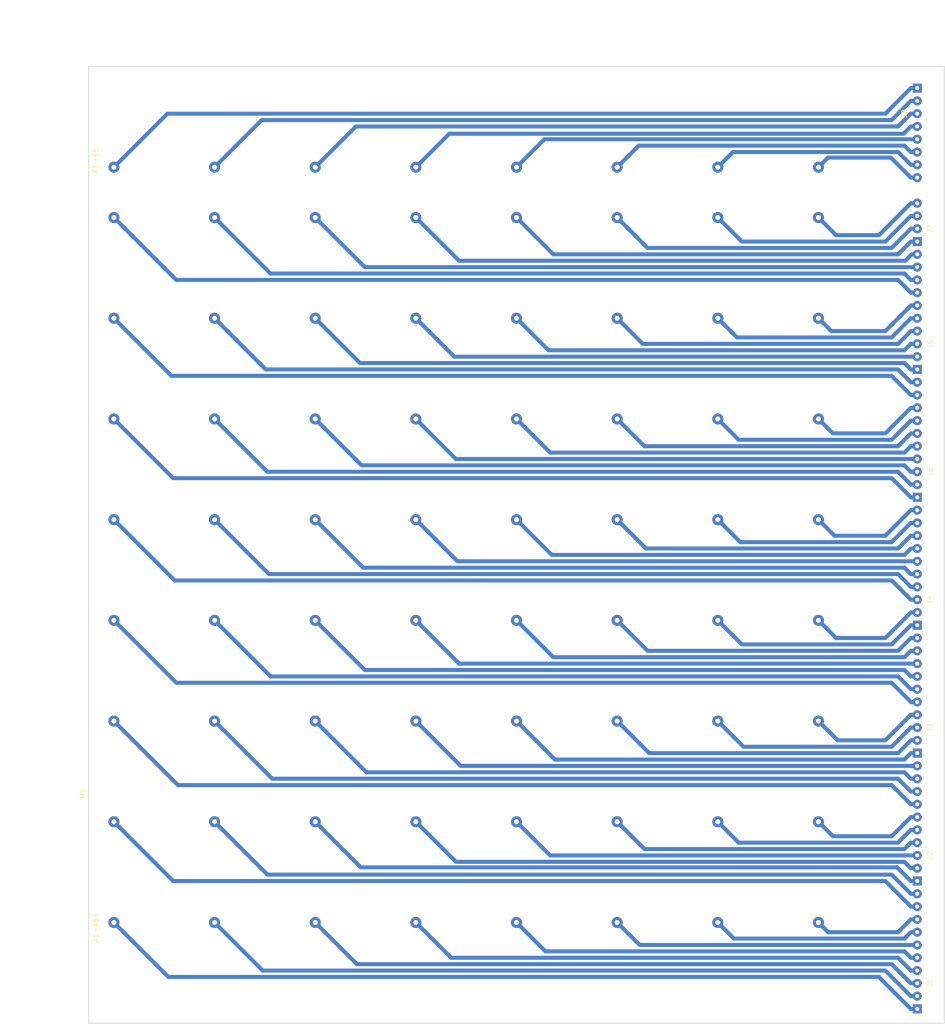
<source format=kicad_pcb>
(kicad_pcb (version 4) (host pcbnew 4.0.7)

  (general
    (links 72)
    (no_connects 0)
    (area 31.435716 17.3 220.075001 220.075001)
    (thickness 1.6)
    (drawings 6)
    (tracks 270)
    (zones 0)
    (modules 9)
    (nets 73)
  )

  (page A3)
  (title_block
    (title "Matrice à leds")
    (date 2018-06-21)
    (rev 1)
    (company FabLab19)
    (comment 1 8x8x8)
    (comment 2 "512 Leds")
  )

  (layers
    (0 F.Cu signal)
    (31 B.Cu signal)
    (32 B.Adhes user)
    (33 F.Adhes user)
    (34 B.Paste user)
    (35 F.Paste user)
    (36 B.SilkS user)
    (37 F.SilkS user)
    (38 B.Mask user)
    (39 F.Mask user)
    (40 Dwgs.User user)
    (41 Cmts.User user)
    (42 Eco1.User user)
    (43 Eco2.User user)
    (44 Edge.Cuts user)
    (45 Margin user)
    (46 B.CrtYd user)
    (47 F.CrtYd user)
    (48 B.Fab user)
    (49 F.Fab user)
  )

  (setup
    (last_trace_width 0.25)
    (user_trace_width 0.8)
    (trace_clearance 0.3)
    (zone_clearance 0.508)
    (zone_45_only no)
    (trace_min 0.2)
    (segment_width 0.2)
    (edge_width 0.15)
    (via_size 0.6)
    (via_drill 0.4)
    (via_min_size 0.4)
    (via_min_drill 0.3)
    (user_via 1.4 0.8)
    (uvia_size 0.3)
    (uvia_drill 0.1)
    (uvias_allowed no)
    (uvia_min_size 0.2)
    (uvia_min_drill 0.1)
    (pcb_text_width 0.3)
    (pcb_text_size 1.5 1.5)
    (mod_edge_width 0.15)
    (mod_text_size 1 1)
    (mod_text_width 0.15)
    (pad_size 1.524 1.524)
    (pad_drill 0.762)
    (pad_to_mask_clearance 0.2)
    (aux_axis_origin 0 0)
    (visible_elements 7FFFFFFF)
    (pcbplotparams
      (layerselection 0x01000_80000001)
      (usegerberextensions false)
      (excludeedgelayer true)
      (linewidth 0.100000)
      (plotframeref false)
      (viasonmask false)
      (mode 1)
      (useauxorigin false)
      (hpglpennumber 1)
      (hpglpenspeed 20)
      (hpglpendiameter 15)
      (hpglpenoverlay 2)
      (psnegative false)
      (psa4output false)
      (plotreference true)
      (plotvalue true)
      (plotinvisibletext false)
      (padsonsilk false)
      (subtractmaskfromsilk false)
      (outputformat 1)
      (mirror false)
      (drillshape 0)
      (scaleselection 1)
      (outputdirectory Matrice-8x8x8-Gerber/))
  )

  (net 0 "")
  (net 1 "Net-(J1-Pad1)")
  (net 2 "Net-(J1-Pad2)")
  (net 3 "Net-(J1-Pad3)")
  (net 4 "Net-(J1-Pad4)")
  (net 5 "Net-(J1-Pad5)")
  (net 6 "Net-(J1-Pad6)")
  (net 7 "Net-(J1-Pad7)")
  (net 8 "Net-(J1-Pad8)")
  (net 9 "Net-(J1-Pad9)")
  (net 10 "Net-(J1-Pad10)")
  (net 11 "Net-(J2-Pad1)")
  (net 12 "Net-(J2-Pad2)")
  (net 13 "Net-(J2-Pad3)")
  (net 14 "Net-(J2-Pad4)")
  (net 15 "Net-(J2-Pad5)")
  (net 16 "Net-(J2-Pad6)")
  (net 17 "Net-(J2-Pad7)")
  (net 18 "Net-(J2-Pad8)")
  (net 19 "Net-(J2-Pad9)")
  (net 20 "Net-(J2-Pad10)")
  (net 21 "Net-(J3-Pad1)")
  (net 22 "Net-(J3-Pad2)")
  (net 23 "Net-(J3-Pad3)")
  (net 24 "Net-(J3-Pad4)")
  (net 25 "Net-(J3-Pad5)")
  (net 26 "Net-(J3-Pad6)")
  (net 27 "Net-(J3-Pad7)")
  (net 28 "Net-(J3-Pad8)")
  (net 29 "Net-(J3-Pad9)")
  (net 30 "Net-(J3-Pad10)")
  (net 31 "Net-(J4-Pad1)")
  (net 32 "Net-(J4-Pad2)")
  (net 33 "Net-(J4-Pad3)")
  (net 34 "Net-(J4-Pad4)")
  (net 35 "Net-(J4-Pad5)")
  (net 36 "Net-(J4-Pad6)")
  (net 37 "Net-(J4-Pad7)")
  (net 38 "Net-(J4-Pad8)")
  (net 39 "Net-(J4-Pad9)")
  (net 40 "Net-(J4-Pad10)")
  (net 41 "Net-(J5-Pad1)")
  (net 42 "Net-(J5-Pad2)")
  (net 43 "Net-(J5-Pad3)")
  (net 44 "Net-(J5-Pad4)")
  (net 45 "Net-(J5-Pad5)")
  (net 46 "Net-(J5-Pad6)")
  (net 47 "Net-(J5-Pad7)")
  (net 48 "Net-(J5-Pad8)")
  (net 49 "Net-(J5-Pad9)")
  (net 50 "Net-(J5-Pad10)")
  (net 51 "Net-(J6-Pad1)")
  (net 52 "Net-(J6-Pad2)")
  (net 53 "Net-(J6-Pad3)")
  (net 54 "Net-(J6-Pad4)")
  (net 55 "Net-(J6-Pad5)")
  (net 56 "Net-(J6-Pad6)")
  (net 57 "Net-(J6-Pad7)")
  (net 58 "Net-(J6-Pad8)")
  (net 59 "Net-(J6-Pad9)")
  (net 60 "Net-(J6-Pad10)")
  (net 61 "Net-(J7-Pad1)")
  (net 62 "Net-(J7-Pad2)")
  (net 63 "Net-(J7-Pad3)")
  (net 64 "Net-(J7-Pad4)")
  (net 65 "Net-(J8-Pad1)")
  (net 66 "Net-(J8-Pad2)")
  (net 67 "Net-(J8-Pad3)")
  (net 68 "Net-(J8-Pad4)")
  (net 69 "Net-(J8-Pad5)")
  (net 70 "Net-(J8-Pad6)")
  (net 71 "Net-(J8-Pad7)")
  (net 72 "Net-(J8-Pad8)")

  (net_class Default "Ceci est la Netclass par défaut"
    (clearance 0.3)
    (trace_width 0.25)
    (via_dia 0.6)
    (via_drill 0.4)
    (uvia_dia 0.3)
    (uvia_drill 0.1)
    (add_net "Net-(J1-Pad1)")
    (add_net "Net-(J1-Pad10)")
    (add_net "Net-(J1-Pad2)")
    (add_net "Net-(J1-Pad3)")
    (add_net "Net-(J1-Pad4)")
    (add_net "Net-(J1-Pad5)")
    (add_net "Net-(J1-Pad6)")
    (add_net "Net-(J1-Pad7)")
    (add_net "Net-(J1-Pad8)")
    (add_net "Net-(J1-Pad9)")
    (add_net "Net-(J2-Pad1)")
    (add_net "Net-(J2-Pad10)")
    (add_net "Net-(J2-Pad2)")
    (add_net "Net-(J2-Pad3)")
    (add_net "Net-(J2-Pad4)")
    (add_net "Net-(J2-Pad5)")
    (add_net "Net-(J2-Pad6)")
    (add_net "Net-(J2-Pad7)")
    (add_net "Net-(J2-Pad8)")
    (add_net "Net-(J2-Pad9)")
    (add_net "Net-(J3-Pad1)")
    (add_net "Net-(J3-Pad10)")
    (add_net "Net-(J3-Pad2)")
    (add_net "Net-(J3-Pad3)")
    (add_net "Net-(J3-Pad4)")
    (add_net "Net-(J3-Pad5)")
    (add_net "Net-(J3-Pad6)")
    (add_net "Net-(J3-Pad7)")
    (add_net "Net-(J3-Pad8)")
    (add_net "Net-(J3-Pad9)")
    (add_net "Net-(J4-Pad1)")
    (add_net "Net-(J4-Pad10)")
    (add_net "Net-(J4-Pad2)")
    (add_net "Net-(J4-Pad3)")
    (add_net "Net-(J4-Pad4)")
    (add_net "Net-(J4-Pad5)")
    (add_net "Net-(J4-Pad6)")
    (add_net "Net-(J4-Pad7)")
    (add_net "Net-(J4-Pad8)")
    (add_net "Net-(J4-Pad9)")
    (add_net "Net-(J5-Pad1)")
    (add_net "Net-(J5-Pad10)")
    (add_net "Net-(J5-Pad2)")
    (add_net "Net-(J5-Pad3)")
    (add_net "Net-(J5-Pad4)")
    (add_net "Net-(J5-Pad5)")
    (add_net "Net-(J5-Pad6)")
    (add_net "Net-(J5-Pad7)")
    (add_net "Net-(J5-Pad8)")
    (add_net "Net-(J5-Pad9)")
    (add_net "Net-(J6-Pad1)")
    (add_net "Net-(J6-Pad10)")
    (add_net "Net-(J6-Pad2)")
    (add_net "Net-(J6-Pad3)")
    (add_net "Net-(J6-Pad4)")
    (add_net "Net-(J6-Pad5)")
    (add_net "Net-(J6-Pad6)")
    (add_net "Net-(J6-Pad7)")
    (add_net "Net-(J6-Pad8)")
    (add_net "Net-(J6-Pad9)")
    (add_net "Net-(J7-Pad1)")
    (add_net "Net-(J7-Pad2)")
    (add_net "Net-(J7-Pad3)")
    (add_net "Net-(J7-Pad4)")
    (add_net "Net-(J8-Pad1)")
    (add_net "Net-(J8-Pad2)")
    (add_net "Net-(J8-Pad3)")
    (add_net "Net-(J8-Pad4)")
    (add_net "Net-(J8-Pad5)")
    (add_net "Net-(J8-Pad6)")
    (add_net "Net-(J8-Pad7)")
    (add_net "Net-(J8-Pad8)")
  )

  (module alex-library:Connect-10pin (layer F.Cu) (tedit 5B28DD8C) (tstamp 5B2B49A2)
    (at 214.63 212.09 90)
    (path /5B2B43F4)
    (fp_text reference J1 (at 0 2.54 90) (layer F.SilkS)
      (effects (font (size 1 1) (thickness 0.15)))
    )
    (fp_text value Conn_01x10_Female (at 0 -2.54 90) (layer F.Fab) hide
      (effects (font (size 1 1) (thickness 0.15)))
    )
    (pad 1 thru_hole rect (at -5.08 0 90) (size 1.8 1.8) (drill 0.8) (layers *.Cu *.Mask)
      (net 1 "Net-(J1-Pad1)"))
    (pad 2 thru_hole circle (at -2.54 0 90) (size 1.8 1.8) (drill 0.8) (layers *.Cu *.Mask)
      (net 2 "Net-(J1-Pad2)"))
    (pad 3 thru_hole circle (at 0 0 90) (size 1.8 1.8) (drill 0.8) (layers *.Cu *.Mask)
      (net 3 "Net-(J1-Pad3)"))
    (pad 4 thru_hole circle (at 2.54 0 90) (size 1.8 1.8) (drill 0.8) (layers *.Cu *.Mask)
      (net 4 "Net-(J1-Pad4)"))
    (pad 5 thru_hole circle (at 5.08 0 90) (size 1.8 1.8) (drill 0.8) (layers *.Cu *.Mask)
      (net 5 "Net-(J1-Pad5)"))
    (pad 6 thru_hole circle (at 7.62 0 90) (size 1.8 1.8) (drill 0.8) (layers *.Cu *.Mask)
      (net 6 "Net-(J1-Pad6)"))
    (pad 7 thru_hole circle (at 10.16 0 90) (size 1.8 1.8) (drill 0.8) (layers *.Cu *.Mask)
      (net 7 "Net-(J1-Pad7)"))
    (pad 8 thru_hole circle (at 12.7 0 90) (size 1.8 1.8) (drill 0.8) (layers *.Cu *.Mask)
      (net 8 "Net-(J1-Pad8)"))
    (pad 9 thru_hole circle (at 15.24 0 90) (size 1.8 1.8) (drill 0.8) (layers *.Cu *.Mask)
      (net 9 "Net-(J1-Pad9)"))
    (pad 10 thru_hole circle (at 17.78 0 90) (size 1.8 1.8) (drill 0.8) (layers *.Cu *.Mask)
      (net 10 "Net-(J1-Pad10)"))
  )

  (module alex-library:Connect-10pin (layer F.Cu) (tedit 5B28DD8C) (tstamp 5B2B49B0)
    (at 214.63 186.69 90)
    (path /5B2B442B)
    (fp_text reference J2 (at 0 2.54 90) (layer F.SilkS)
      (effects (font (size 1 1) (thickness 0.15)))
    )
    (fp_text value Conn_01x10_Female (at 0 -2.54 90) (layer F.Fab) hide
      (effects (font (size 1 1) (thickness 0.15)))
    )
    (pad 1 thru_hole rect (at -5.08 0 90) (size 1.8 1.8) (drill 0.8) (layers *.Cu *.Mask)
      (net 11 "Net-(J2-Pad1)"))
    (pad 2 thru_hole circle (at -2.54 0 90) (size 1.8 1.8) (drill 0.8) (layers *.Cu *.Mask)
      (net 12 "Net-(J2-Pad2)"))
    (pad 3 thru_hole circle (at 0 0 90) (size 1.8 1.8) (drill 0.8) (layers *.Cu *.Mask)
      (net 13 "Net-(J2-Pad3)"))
    (pad 4 thru_hole circle (at 2.54 0 90) (size 1.8 1.8) (drill 0.8) (layers *.Cu *.Mask)
      (net 14 "Net-(J2-Pad4)"))
    (pad 5 thru_hole circle (at 5.08 0 90) (size 1.8 1.8) (drill 0.8) (layers *.Cu *.Mask)
      (net 15 "Net-(J2-Pad5)"))
    (pad 6 thru_hole circle (at 7.62 0 90) (size 1.8 1.8) (drill 0.8) (layers *.Cu *.Mask)
      (net 16 "Net-(J2-Pad6)"))
    (pad 7 thru_hole circle (at 10.16 0 90) (size 1.8 1.8) (drill 0.8) (layers *.Cu *.Mask)
      (net 17 "Net-(J2-Pad7)"))
    (pad 8 thru_hole circle (at 12.7 0 90) (size 1.8 1.8) (drill 0.8) (layers *.Cu *.Mask)
      (net 18 "Net-(J2-Pad8)"))
    (pad 9 thru_hole circle (at 15.24 0 90) (size 1.8 1.8) (drill 0.8) (layers *.Cu *.Mask)
      (net 19 "Net-(J2-Pad9)"))
    (pad 10 thru_hole circle (at 17.78 0 90) (size 1.8 1.8) (drill 0.8) (layers *.Cu *.Mask)
      (net 20 "Net-(J2-Pad10)"))
  )

  (module alex-library:Connect-10pin (layer F.Cu) (tedit 5B28DD8C) (tstamp 5B2B49BE)
    (at 214.63 161.29 90)
    (path /5B2B4460)
    (fp_text reference J3 (at 0 2.54 90) (layer F.SilkS)
      (effects (font (size 1 1) (thickness 0.15)))
    )
    (fp_text value Conn_01x10_Female (at 0 -2.54 90) (layer F.Fab) hide
      (effects (font (size 1 1) (thickness 0.15)))
    )
    (pad 1 thru_hole rect (at -5.08 0 90) (size 1.8 1.8) (drill 0.8) (layers *.Cu *.Mask)
      (net 21 "Net-(J3-Pad1)"))
    (pad 2 thru_hole circle (at -2.54 0 90) (size 1.8 1.8) (drill 0.8) (layers *.Cu *.Mask)
      (net 22 "Net-(J3-Pad2)"))
    (pad 3 thru_hole circle (at 0 0 90) (size 1.8 1.8) (drill 0.8) (layers *.Cu *.Mask)
      (net 23 "Net-(J3-Pad3)"))
    (pad 4 thru_hole circle (at 2.54 0 90) (size 1.8 1.8) (drill 0.8) (layers *.Cu *.Mask)
      (net 24 "Net-(J3-Pad4)"))
    (pad 5 thru_hole circle (at 5.08 0 90) (size 1.8 1.8) (drill 0.8) (layers *.Cu *.Mask)
      (net 25 "Net-(J3-Pad5)"))
    (pad 6 thru_hole circle (at 7.62 0 90) (size 1.8 1.8) (drill 0.8) (layers *.Cu *.Mask)
      (net 26 "Net-(J3-Pad6)"))
    (pad 7 thru_hole circle (at 10.16 0 90) (size 1.8 1.8) (drill 0.8) (layers *.Cu *.Mask)
      (net 27 "Net-(J3-Pad7)"))
    (pad 8 thru_hole circle (at 12.7 0 90) (size 1.8 1.8) (drill 0.8) (layers *.Cu *.Mask)
      (net 28 "Net-(J3-Pad8)"))
    (pad 9 thru_hole circle (at 15.24 0 90) (size 1.8 1.8) (drill 0.8) (layers *.Cu *.Mask)
      (net 29 "Net-(J3-Pad9)"))
    (pad 10 thru_hole circle (at 17.78 0 90) (size 1.8 1.8) (drill 0.8) (layers *.Cu *.Mask)
      (net 30 "Net-(J3-Pad10)"))
  )

  (module alex-library:Connect-10pin (layer F.Cu) (tedit 5B28DD8C) (tstamp 5B2B49CC)
    (at 214.63 135.89 90)
    (path /5B2B448C)
    (fp_text reference J4 (at 0 2.54 90) (layer F.SilkS)
      (effects (font (size 1 1) (thickness 0.15)))
    )
    (fp_text value Conn_01x10_Female (at 0 -2.54 90) (layer F.Fab) hide
      (effects (font (size 1 1) (thickness 0.15)))
    )
    (pad 1 thru_hole rect (at -5.08 0 90) (size 1.8 1.8) (drill 0.8) (layers *.Cu *.Mask)
      (net 31 "Net-(J4-Pad1)"))
    (pad 2 thru_hole circle (at -2.54 0 90) (size 1.8 1.8) (drill 0.8) (layers *.Cu *.Mask)
      (net 32 "Net-(J4-Pad2)"))
    (pad 3 thru_hole circle (at 0 0 90) (size 1.8 1.8) (drill 0.8) (layers *.Cu *.Mask)
      (net 33 "Net-(J4-Pad3)"))
    (pad 4 thru_hole circle (at 2.54 0 90) (size 1.8 1.8) (drill 0.8) (layers *.Cu *.Mask)
      (net 34 "Net-(J4-Pad4)"))
    (pad 5 thru_hole circle (at 5.08 0 90) (size 1.8 1.8) (drill 0.8) (layers *.Cu *.Mask)
      (net 35 "Net-(J4-Pad5)"))
    (pad 6 thru_hole circle (at 7.62 0 90) (size 1.8 1.8) (drill 0.8) (layers *.Cu *.Mask)
      (net 36 "Net-(J4-Pad6)"))
    (pad 7 thru_hole circle (at 10.16 0 90) (size 1.8 1.8) (drill 0.8) (layers *.Cu *.Mask)
      (net 37 "Net-(J4-Pad7)"))
    (pad 8 thru_hole circle (at 12.7 0 90) (size 1.8 1.8) (drill 0.8) (layers *.Cu *.Mask)
      (net 38 "Net-(J4-Pad8)"))
    (pad 9 thru_hole circle (at 15.24 0 90) (size 1.8 1.8) (drill 0.8) (layers *.Cu *.Mask)
      (net 39 "Net-(J4-Pad9)"))
    (pad 10 thru_hole circle (at 17.78 0 90) (size 1.8 1.8) (drill 0.8) (layers *.Cu *.Mask)
      (net 40 "Net-(J4-Pad10)"))
  )

  (module alex-library:Connect-10pin (layer F.Cu) (tedit 5B28DD8C) (tstamp 5B2B49DA)
    (at 214.63 110.49 90)
    (path /5B2B44BF)
    (fp_text reference J5 (at 0 2.54 90) (layer F.SilkS)
      (effects (font (size 1 1) (thickness 0.15)))
    )
    (fp_text value Conn_01x10_Female (at 0 -2.54 90) (layer F.Fab) hide
      (effects (font (size 1 1) (thickness 0.15)))
    )
    (pad 1 thru_hole rect (at -5.08 0 90) (size 1.8 1.8) (drill 0.8) (layers *.Cu *.Mask)
      (net 41 "Net-(J5-Pad1)"))
    (pad 2 thru_hole circle (at -2.54 0 90) (size 1.8 1.8) (drill 0.8) (layers *.Cu *.Mask)
      (net 42 "Net-(J5-Pad2)"))
    (pad 3 thru_hole circle (at 0 0 90) (size 1.8 1.8) (drill 0.8) (layers *.Cu *.Mask)
      (net 43 "Net-(J5-Pad3)"))
    (pad 4 thru_hole circle (at 2.54 0 90) (size 1.8 1.8) (drill 0.8) (layers *.Cu *.Mask)
      (net 44 "Net-(J5-Pad4)"))
    (pad 5 thru_hole circle (at 5.08 0 90) (size 1.8 1.8) (drill 0.8) (layers *.Cu *.Mask)
      (net 45 "Net-(J5-Pad5)"))
    (pad 6 thru_hole circle (at 7.62 0 90) (size 1.8 1.8) (drill 0.8) (layers *.Cu *.Mask)
      (net 46 "Net-(J5-Pad6)"))
    (pad 7 thru_hole circle (at 10.16 0 90) (size 1.8 1.8) (drill 0.8) (layers *.Cu *.Mask)
      (net 47 "Net-(J5-Pad7)"))
    (pad 8 thru_hole circle (at 12.7 0 90) (size 1.8 1.8) (drill 0.8) (layers *.Cu *.Mask)
      (net 48 "Net-(J5-Pad8)"))
    (pad 9 thru_hole circle (at 15.24 0 90) (size 1.8 1.8) (drill 0.8) (layers *.Cu *.Mask)
      (net 49 "Net-(J5-Pad9)"))
    (pad 10 thru_hole circle (at 17.78 0 90) (size 1.8 1.8) (drill 0.8) (layers *.Cu *.Mask)
      (net 50 "Net-(J5-Pad10)"))
  )

  (module alex-library:Connect-10pin (layer F.Cu) (tedit 5B28DD8C) (tstamp 5B2B49E8)
    (at 214.63 85.09 90)
    (path /5B2B44E9)
    (fp_text reference J6 (at 0 2.54 90) (layer F.SilkS)
      (effects (font (size 1 1) (thickness 0.15)))
    )
    (fp_text value Conn_01x10_Female (at 0 -2.54 90) (layer F.Fab) hide
      (effects (font (size 1 1) (thickness 0.15)))
    )
    (pad 1 thru_hole rect (at -5.08 0 90) (size 1.8 1.8) (drill 0.8) (layers *.Cu *.Mask)
      (net 51 "Net-(J6-Pad1)"))
    (pad 2 thru_hole circle (at -2.54 0 90) (size 1.8 1.8) (drill 0.8) (layers *.Cu *.Mask)
      (net 52 "Net-(J6-Pad2)"))
    (pad 3 thru_hole circle (at 0 0 90) (size 1.8 1.8) (drill 0.8) (layers *.Cu *.Mask)
      (net 53 "Net-(J6-Pad3)"))
    (pad 4 thru_hole circle (at 2.54 0 90) (size 1.8 1.8) (drill 0.8) (layers *.Cu *.Mask)
      (net 54 "Net-(J6-Pad4)"))
    (pad 5 thru_hole circle (at 5.08 0 90) (size 1.8 1.8) (drill 0.8) (layers *.Cu *.Mask)
      (net 55 "Net-(J6-Pad5)"))
    (pad 6 thru_hole circle (at 7.62 0 90) (size 1.8 1.8) (drill 0.8) (layers *.Cu *.Mask)
      (net 56 "Net-(J6-Pad6)"))
    (pad 7 thru_hole circle (at 10.16 0 90) (size 1.8 1.8) (drill 0.8) (layers *.Cu *.Mask)
      (net 57 "Net-(J6-Pad7)"))
    (pad 8 thru_hole circle (at 12.7 0 90) (size 1.8 1.8) (drill 0.8) (layers *.Cu *.Mask)
      (net 58 "Net-(J6-Pad8)"))
    (pad 9 thru_hole circle (at 15.24 0 90) (size 1.8 1.8) (drill 0.8) (layers *.Cu *.Mask)
      (net 59 "Net-(J6-Pad9)"))
    (pad 10 thru_hole circle (at 17.78 0 90) (size 1.8 1.8) (drill 0.8) (layers *.Cu *.Mask)
      (net 60 "Net-(J6-Pad10)"))
  )

  (module alex-library:Connect-4pin (layer F.Cu) (tedit 5AB62194) (tstamp 5B2B49F0)
    (at 214.63 62.23 90)
    (path /5B2B4566)
    (fp_text reference J7 (at 0 2.54 90) (layer F.SilkS)
      (effects (font (size 1 1) (thickness 0.15)))
    )
    (fp_text value Conn_01x04_Female (at 0 -2.54 90) (layer F.Fab) hide
      (effects (font (size 1 1) (thickness 0.15)))
    )
    (pad 1 thru_hole rect (at -2.54 0 90) (size 1.8 1.8) (drill 0.8) (layers *.Cu *.Mask)
      (net 61 "Net-(J7-Pad1)"))
    (pad 2 thru_hole circle (at 0 0 90) (size 1.8 1.8) (drill 0.8) (layers *.Cu *.Mask)
      (net 62 "Net-(J7-Pad2)"))
    (pad 3 thru_hole circle (at 2.54 0 90) (size 1.8 1.8) (drill 0.8) (layers *.Cu *.Mask)
      (net 63 "Net-(J7-Pad3)"))
    (pad 4 thru_hole circle (at 5.08 0 90) (size 1.8 1.8) (drill 0.8) (layers *.Cu *.Mask)
      (net 64 "Net-(J7-Pad4)"))
  )

  (module alex-library:Connect-8pin (layer F.Cu) (tedit 5B28DD5E) (tstamp 5B2B49FC)
    (at 214.63 39.37 270)
    (path /5B2B465F)
    (fp_text reference J8 (at 0 2.54 270) (layer F.SilkS)
      (effects (font (size 1 1) (thickness 0.15)))
    )
    (fp_text value Conn_01x08_Female (at 0 -2.54 270) (layer F.Fab) hide
      (effects (font (size 1 1) (thickness 0.15)))
    )
    (pad 1 thru_hole rect (at -5.08 0 270) (size 1.8 1.8) (drill 0.8) (layers *.Cu *.Mask)
      (net 65 "Net-(J8-Pad1)"))
    (pad 2 thru_hole circle (at -2.54 0 270) (size 1.8 1.8) (drill 0.8) (layers *.Cu *.Mask)
      (net 66 "Net-(J8-Pad2)"))
    (pad 3 thru_hole circle (at 0 0 270) (size 1.8 1.8) (drill 0.8) (layers *.Cu *.Mask)
      (net 67 "Net-(J8-Pad3)"))
    (pad 4 thru_hole circle (at 2.54 0 270) (size 1.8 1.8) (drill 0.8) (layers *.Cu *.Mask)
      (net 68 "Net-(J8-Pad4)"))
    (pad 5 thru_hole circle (at 5.08 0 270) (size 1.8 1.8) (drill 0.8) (layers *.Cu *.Mask)
      (net 69 "Net-(J8-Pad5)"))
    (pad 6 thru_hole circle (at 7.62 0 270) (size 1.8 1.8) (drill 0.8) (layers *.Cu *.Mask)
      (net 70 "Net-(J8-Pad6)"))
    (pad 7 thru_hole circle (at 10.16 0 270) (size 1.8 1.8) (drill 0.8) (layers *.Cu *.Mask)
      (net 71 "Net-(J8-Pad7)"))
    (pad 8 thru_hole circle (at 12.7 0 270) (size 1.8 1.8) (drill 0.8) (layers *.Cu *.Mask)
      (net 72 "Net-(J8-Pad8)"))
  )

  (module alex-library:Matrice-led-8x8x8_512-Leds (layer F.Cu) (tedit 5B250C8E) (tstamp 5B2B4A48)
    (at 125 130 90)
    (tags "Matrice led")
    (path /5B2B43BE)
    (fp_text reference M1 (at -44.45 -76.2 90) (layer F.SilkS)
      (effects (font (size 1 1) (thickness 0.15)))
    )
    (fp_text value Matrice_8x8x8_512leds (at -62.23 -76.2 90) (layer F.Fab)
      (effects (font (size 1 1) (thickness 0.15)))
    )
    (fp_text user K1-K6 (at 81.28 -73.66 90) (layer F.SilkS)
      (effects (font (size 1 1) (thickness 0.15)))
    )
    (fp_text user A1-A64 (at -71.12 -73.66 90) (layer F.SilkS)
      (effects (font (size 1 1) (thickness 0.15)))
    )
    (fp_line (start 75 -75) (end 75 75) (layer F.CrtYd) (width 0.1))
    (fp_line (start -75 -75) (end 85 -75) (layer F.CrtYd) (width 0.1))
    (fp_line (start 85 -75) (end 85 75) (layer F.CrtYd) (width 0.1))
    (fp_line (start 85 75) (end -75 75) (layer F.CrtYd) (width 0.1))
    (fp_line (start -75 75) (end -75 -75) (layer F.CrtYd) (width 0.1))
    (pad A1 thru_hole circle (at -70 -70 90) (size 2.2 2.2) (drill 1) (layers *.Cu *.Mask)
      (net 1 "Net-(J1-Pad1)"))
    (pad A2 thru_hole circle (at -70 -50 90) (size 2.2 2.2) (drill 1) (layers *.Cu *.Mask)
      (net 2 "Net-(J1-Pad2)"))
    (pad A3 thru_hole circle (at -70 -30 90) (size 2.2 2.2) (drill 1) (layers *.Cu *.Mask)
      (net 3 "Net-(J1-Pad3)"))
    (pad A4 thru_hole circle (at -70 -10 90) (size 2.2 2.2) (drill 1) (layers *.Cu *.Mask)
      (net 4 "Net-(J1-Pad4)"))
    (pad A5 thru_hole circle (at -70 10 90) (size 2.2 2.2) (drill 1) (layers *.Cu *.Mask)
      (net 5 "Net-(J1-Pad5)"))
    (pad A6 thru_hole circle (at -70 30 90) (size 2.2 2.2) (drill 1) (layers *.Cu *.Mask)
      (net 6 "Net-(J1-Pad6)"))
    (pad A7 thru_hole circle (at -70 50 90) (size 2.2 2.2) (drill 1) (layers *.Cu *.Mask)
      (net 7 "Net-(J1-Pad7)"))
    (pad A8 thru_hole circle (at -70 70 90) (size 2.2 2.2) (drill 1) (layers *.Cu *.Mask)
      (net 8 "Net-(J1-Pad8)"))
    (pad A9 thru_hole circle (at -50 -70 90) (size 2.2 2.2) (drill 1) (layers *.Cu *.Mask)
      (net 9 "Net-(J1-Pad9)"))
    (pad A10 thru_hole circle (at -50 -50 90) (size 2.2 2.2) (drill 1) (layers *.Cu *.Mask)
      (net 10 "Net-(J1-Pad10)"))
    (pad A11 thru_hole circle (at -50 -30 90) (size 2.2 2.2) (drill 1) (layers *.Cu *.Mask)
      (net 11 "Net-(J2-Pad1)"))
    (pad A12 thru_hole circle (at -50 -10 90) (size 2.2 2.2) (drill 1) (layers *.Cu *.Mask)
      (net 12 "Net-(J2-Pad2)"))
    (pad A13 thru_hole circle (at -50 10 90) (size 2.2 2.2) (drill 1) (layers *.Cu *.Mask)
      (net 13 "Net-(J2-Pad3)"))
    (pad A14 thru_hole circle (at -50 30 90) (size 2.2 2.2) (drill 1) (layers *.Cu *.Mask)
      (net 14 "Net-(J2-Pad4)"))
    (pad A15 thru_hole circle (at -50 50 90) (size 2.2 2.2) (drill 1) (layers *.Cu *.Mask)
      (net 15 "Net-(J2-Pad5)"))
    (pad A16 thru_hole circle (at -50 70 90) (size 2.2 2.2) (drill 1) (layers *.Cu *.Mask)
      (net 16 "Net-(J2-Pad6)"))
    (pad A17 thru_hole circle (at -30 -70 90) (size 2.2 2.2) (drill 1) (layers *.Cu *.Mask)
      (net 17 "Net-(J2-Pad7)"))
    (pad A18 thru_hole circle (at -30 -50 90) (size 2.2 2.2) (drill 1) (layers *.Cu *.Mask)
      (net 18 "Net-(J2-Pad8)"))
    (pad A19 thru_hole circle (at -30 -30 90) (size 2.2 2.2) (drill 1) (layers *.Cu *.Mask)
      (net 19 "Net-(J2-Pad9)"))
    (pad A20 thru_hole circle (at -30 -10 90) (size 2.2 2.2) (drill 1) (layers *.Cu *.Mask)
      (net 20 "Net-(J2-Pad10)"))
    (pad A21 thru_hole circle (at -30 10 90) (size 2.2 2.2) (drill 1) (layers *.Cu *.Mask)
      (net 21 "Net-(J3-Pad1)"))
    (pad A22 thru_hole circle (at -30 30 90) (size 2.2 2.2) (drill 1) (layers *.Cu *.Mask)
      (net 22 "Net-(J3-Pad2)"))
    (pad A23 thru_hole circle (at -30 50 90) (size 2.2 2.2) (drill 1) (layers *.Cu *.Mask)
      (net 23 "Net-(J3-Pad3)"))
    (pad A24 thru_hole circle (at -30 70 90) (size 2.2 2.2) (drill 1) (layers *.Cu *.Mask)
      (net 24 "Net-(J3-Pad4)"))
    (pad A25 thru_hole circle (at -10 -70 90) (size 2.2 2.2) (drill 1) (layers *.Cu *.Mask)
      (net 25 "Net-(J3-Pad5)"))
    (pad A26 thru_hole circle (at -10 -50 90) (size 2.2 2.2) (drill 1) (layers *.Cu *.Mask)
      (net 26 "Net-(J3-Pad6)"))
    (pad A27 thru_hole circle (at -10 -30 90) (size 2.2 2.2) (drill 1) (layers *.Cu *.Mask)
      (net 27 "Net-(J3-Pad7)"))
    (pad A28 thru_hole circle (at -10 -10 90) (size 2.2 2.2) (drill 1) (layers *.Cu *.Mask)
      (net 28 "Net-(J3-Pad8)"))
    (pad A29 thru_hole circle (at -10 10 90) (size 2.2 2.2) (drill 1) (layers *.Cu *.Mask)
      (net 29 "Net-(J3-Pad9)"))
    (pad A30 thru_hole circle (at -10 30 90) (size 2.2 2.2) (drill 1) (layers *.Cu *.Mask)
      (net 30 "Net-(J3-Pad10)"))
    (pad A31 thru_hole circle (at -10 50 90) (size 2.2 2.2) (drill 1) (layers *.Cu *.Mask)
      (net 31 "Net-(J4-Pad1)"))
    (pad A32 thru_hole circle (at -10 70 90) (size 2.2 2.2) (drill 1) (layers *.Cu *.Mask)
      (net 32 "Net-(J4-Pad2)"))
    (pad A33 thru_hole circle (at 10 -70 90) (size 2.2 2.2) (drill 1) (layers *.Cu *.Mask)
      (net 33 "Net-(J4-Pad3)"))
    (pad A34 thru_hole circle (at 10 -50 90) (size 2.2 2.2) (drill 1) (layers *.Cu *.Mask)
      (net 34 "Net-(J4-Pad4)"))
    (pad A35 thru_hole circle (at 10 -30 90) (size 2.2 2.2) (drill 1) (layers *.Cu *.Mask)
      (net 35 "Net-(J4-Pad5)"))
    (pad A36 thru_hole circle (at 10 -10 90) (size 2.2 2.2) (drill 1) (layers *.Cu *.Mask)
      (net 36 "Net-(J4-Pad6)"))
    (pad A37 thru_hole circle (at 10 10 90) (size 2.2 2.2) (drill 1) (layers *.Cu *.Mask)
      (net 37 "Net-(J4-Pad7)"))
    (pad A38 thru_hole circle (at 10 30 90) (size 2.2 2.2) (drill 1) (layers *.Cu *.Mask)
      (net 38 "Net-(J4-Pad8)"))
    (pad A39 thru_hole circle (at 10 50 90) (size 2.2 2.2) (drill 1) (layers *.Cu *.Mask)
      (net 39 "Net-(J4-Pad9)"))
    (pad A40 thru_hole circle (at 10 70 90) (size 2.2 2.2) (drill 1) (layers *.Cu *.Mask)
      (net 40 "Net-(J4-Pad10)"))
    (pad A41 thru_hole circle (at 30 -70 90) (size 2.2 2.2) (drill 1) (layers *.Cu *.Mask)
      (net 41 "Net-(J5-Pad1)"))
    (pad A42 thru_hole circle (at 30 -50 90) (size 2.2 2.2) (drill 1) (layers *.Cu *.Mask)
      (net 42 "Net-(J5-Pad2)"))
    (pad A43 thru_hole circle (at 30 -30 90) (size 2.2 2.2) (drill 1) (layers *.Cu *.Mask)
      (net 43 "Net-(J5-Pad3)"))
    (pad A44 thru_hole circle (at 30 -10 90) (size 2.2 2.2) (drill 1) (layers *.Cu *.Mask)
      (net 44 "Net-(J5-Pad4)"))
    (pad A45 thru_hole circle (at 30 10 90) (size 2.2 2.2) (drill 1) (layers *.Cu *.Mask)
      (net 45 "Net-(J5-Pad5)"))
    (pad A46 thru_hole circle (at 30 30 90) (size 2.2 2.2) (drill 1) (layers *.Cu *.Mask)
      (net 46 "Net-(J5-Pad6)"))
    (pad A47 thru_hole circle (at 30 50 90) (size 2.2 2.2) (drill 1) (layers *.Cu *.Mask)
      (net 47 "Net-(J5-Pad7)"))
    (pad A48 thru_hole circle (at 30 70 90) (size 2.2 2.2) (drill 1) (layers *.Cu *.Mask)
      (net 48 "Net-(J5-Pad8)"))
    (pad A49 thru_hole circle (at 50 -70 90) (size 2.2 2.2) (drill 1) (layers *.Cu *.Mask)
      (net 49 "Net-(J5-Pad9)"))
    (pad A50 thru_hole circle (at 50 -50 90) (size 2.2 2.2) (drill 1) (layers *.Cu *.Mask)
      (net 50 "Net-(J5-Pad10)"))
    (pad A51 thru_hole circle (at 50 -30 90) (size 2.2 2.2) (drill 1) (layers *.Cu *.Mask)
      (net 51 "Net-(J6-Pad1)"))
    (pad A52 thru_hole circle (at 50 -10 90) (size 2.2 2.2) (drill 1) (layers *.Cu *.Mask)
      (net 52 "Net-(J6-Pad2)"))
    (pad A53 thru_hole circle (at 50 10 90) (size 2.2 2.2) (drill 1) (layers *.Cu *.Mask)
      (net 53 "Net-(J6-Pad3)"))
    (pad A54 thru_hole circle (at 50 30 90) (size 2.2 2.2) (drill 1) (layers *.Cu *.Mask)
      (net 54 "Net-(J6-Pad4)"))
    (pad A55 thru_hole circle (at 50 50 90) (size 2.2 2.2) (drill 1) (layers *.Cu *.Mask)
      (net 55 "Net-(J6-Pad5)"))
    (pad A56 thru_hole circle (at 50 70 90) (size 2.2 2.2) (drill 1) (layers *.Cu *.Mask)
      (net 56 "Net-(J6-Pad6)"))
    (pad A57 thru_hole circle (at 70 -70 90) (size 2.2 2.2) (drill 1) (layers *.Cu *.Mask)
      (net 57 "Net-(J6-Pad7)"))
    (pad A58 thru_hole circle (at 70 -50 90) (size 2.2 2.2) (drill 1) (layers *.Cu *.Mask)
      (net 58 "Net-(J6-Pad8)"))
    (pad A59 thru_hole circle (at 70 -30 90) (size 2.2 2.2) (drill 1) (layers *.Cu *.Mask)
      (net 59 "Net-(J6-Pad9)"))
    (pad A60 thru_hole circle (at 70 -10 90) (size 2.2 2.2) (drill 1) (layers *.Cu *.Mask)
      (net 60 "Net-(J6-Pad10)"))
    (pad A61 thru_hole circle (at 70 10 90) (size 2.2 2.2) (drill 1) (layers *.Cu *.Mask)
      (net 61 "Net-(J7-Pad1)"))
    (pad A62 thru_hole circle (at 70 30 90) (size 2.2 2.2) (drill 1) (layers *.Cu *.Mask)
      (net 62 "Net-(J7-Pad2)"))
    (pad A63 thru_hole circle (at 70 50 90) (size 2.2 2.2) (drill 1) (layers *.Cu *.Mask)
      (net 63 "Net-(J7-Pad3)"))
    (pad A64 thru_hole circle (at 70 70 90) (size 2.2 2.2) (drill 1) (layers *.Cu *.Mask)
      (net 64 "Net-(J7-Pad4)"))
    (pad K1 thru_hole circle (at 80 -70 90) (size 2.2 2.2) (drill 1) (layers *.Cu *.Mask)
      (net 65 "Net-(J8-Pad1)"))
    (pad K2 thru_hole circle (at 80 -50 90) (size 2.2 2.2) (drill 1) (layers *.Cu *.Mask)
      (net 66 "Net-(J8-Pad2)"))
    (pad K3 thru_hole circle (at 80 -30 90) (size 2.2 2.2) (drill 1) (layers *.Cu *.Mask)
      (net 67 "Net-(J8-Pad3)"))
    (pad K4 thru_hole circle (at 80 -10 90) (size 2.2 2.2) (drill 1) (layers *.Cu *.Mask)
      (net 68 "Net-(J8-Pad4)"))
    (pad K5 thru_hole circle (at 80 10 90) (size 2.2 2.2) (drill 1) (layers *.Cu *.Mask)
      (net 69 "Net-(J8-Pad5)"))
    (pad K6 thru_hole circle (at 80 30 90) (size 2.2 2.2) (drill 1) (layers *.Cu *.Mask)
      (net 70 "Net-(J8-Pad6)"))
    (pad K7 thru_hole circle (at 80 50 90) (size 2.2 2.2) (drill 1) (layers *.Cu *.Mask)
      (net 71 "Net-(J8-Pad7)"))
    (pad K8 thru_hole circle (at 80 70 90) (size 2.2 2.2) (drill 1) (layers *.Cu *.Mask)
      (net 72 "Net-(J8-Pad8)"))
  )

  (dimension 190 (width 0.3) (layer Dwgs.User)
    (gr_text "190,000 mm" (at 38.65 125 270) (layer Dwgs.User)
      (effects (font (size 1.5 1.5) (thickness 0.3)))
    )
    (feature1 (pts (xy 50 220) (xy 37.3 220)))
    (feature2 (pts (xy 50 30) (xy 37.3 30)))
    (crossbar (pts (xy 40 30) (xy 40 220)))
    (arrow1a (pts (xy 40 220) (xy 39.413579 218.873496)))
    (arrow1b (pts (xy 40 220) (xy 40.586421 218.873496)))
    (arrow2a (pts (xy 40 30) (xy 39.413579 31.126504)))
    (arrow2b (pts (xy 40 30) (xy 40.586421 31.126504)))
  )
  (dimension 170 (width 0.3) (layer Dwgs.User)
    (gr_text "170,000 mm" (at 135 18.65) (layer Dwgs.User)
      (effects (font (size 1.5 1.5) (thickness 0.3)))
    )
    (feature1 (pts (xy 50 30) (xy 50 17.3)))
    (feature2 (pts (xy 220 30) (xy 220 17.3)))
    (crossbar (pts (xy 220 20) (xy 50 20)))
    (arrow1a (pts (xy 50 20) (xy 51.126504 19.413579)))
    (arrow1b (pts (xy 50 20) (xy 51.126504 20.586421)))
    (arrow2a (pts (xy 220 20) (xy 218.873496 19.413579)))
    (arrow2b (pts (xy 220 20) (xy 218.873496 20.586421)))
  )
  (gr_line (start 220 220) (end 220 30) (angle 90) (layer Edge.Cuts) (width 0.15))
  (gr_line (start 50 220) (end 220 220) (angle 90) (layer Edge.Cuts) (width 0.15))
  (gr_line (start 50 30) (end 50 220) (angle 90) (layer Edge.Cuts) (width 0.15))
  (gr_line (start 220 30) (end 50 30) (angle 90) (layer Edge.Cuts) (width 0.15))

  (segment (start 214.63 217.17) (end 213.36 217.17) (width 0.8) (layer B.Cu) (net 1))
  (segment (start 65.82 210.82) (end 55 200) (width 0.8) (layer B.Cu) (net 1) (tstamp 5B2B5289))
  (segment (start 207.01 210.82) (end 65.82 210.82) (width 0.8) (layer B.Cu) (net 1) (tstamp 5B2B5287))
  (segment (start 213.36 217.17) (end 207.01 210.82) (width 0.8) (layer B.Cu) (net 1) (tstamp 5B2B5286))
  (segment (start 214.63 214.63) (end 213.36 214.63) (width 0.8) (layer B.Cu) (net 2))
  (segment (start 84.55 209.55) (end 75 200) (width 0.8) (layer B.Cu) (net 2) (tstamp 5B2B5282))
  (segment (start 208.28 209.55) (end 84.55 209.55) (width 0.8) (layer B.Cu) (net 2) (tstamp 5B2B5280))
  (segment (start 213.36 214.63) (end 208.28 209.55) (width 0.8) (layer B.Cu) (net 2) (tstamp 5B2B527F))
  (segment (start 214.63 212.09) (end 213.36 212.09) (width 0.8) (layer B.Cu) (net 3))
  (segment (start 103.28 208.28) (end 95 200) (width 0.8) (layer B.Cu) (net 3) (tstamp 5B2B527B))
  (segment (start 209.55 208.28) (end 103.28 208.28) (width 0.8) (layer B.Cu) (net 3) (tstamp 5B2B5279))
  (segment (start 213.36 212.09) (end 209.55 208.28) (width 0.8) (layer B.Cu) (net 3) (tstamp 5B2B5278))
  (segment (start 214.63 209.55) (end 213.36 209.55) (width 0.8) (layer B.Cu) (net 4))
  (segment (start 122.01 207.01) (end 115 200) (width 0.8) (layer B.Cu) (net 4) (tstamp 5B2B5273))
  (segment (start 210.82 207.01) (end 122.01 207.01) (width 0.8) (layer B.Cu) (net 4) (tstamp 5B2B5272))
  (segment (start 213.36 209.55) (end 210.82 207.01) (width 0.8) (layer B.Cu) (net 4) (tstamp 5B2B5271))
  (segment (start 214.63 207.01) (end 213.36 207.01) (width 0.8) (layer B.Cu) (net 5))
  (segment (start 140.74 205.74) (end 135 200) (width 0.8) (layer B.Cu) (net 5) (tstamp 5B2B526D))
  (segment (start 212.09 205.74) (end 140.74 205.74) (width 0.8) (layer B.Cu) (net 5) (tstamp 5B2B526C))
  (segment (start 213.36 207.01) (end 212.09 205.74) (width 0.8) (layer B.Cu) (net 5) (tstamp 5B2B526B))
  (segment (start 214.63 204.47) (end 159.47 204.47) (width 0.8) (layer B.Cu) (net 6))
  (segment (start 159.47 204.47) (end 155 200) (width 0.8) (layer B.Cu) (net 6) (tstamp 5B2B5265))
  (segment (start 214.63 201.93) (end 213.36 201.93) (width 0.8) (layer B.Cu) (net 7))
  (segment (start 178.2 203.2) (end 175 200) (width 0.8) (layer B.Cu) (net 7) (tstamp 5B2B5251))
  (segment (start 212.09 203.2) (end 178.2 203.2) (width 0.8) (layer B.Cu) (net 7) (tstamp 5B2B524F))
  (segment (start 213.36 201.93) (end 212.09 203.2) (width 0.8) (layer B.Cu) (net 7) (tstamp 5B2B5249))
  (segment (start 214.63 199.39) (end 213.36 199.39) (width 0.8) (layer B.Cu) (net 8))
  (segment (start 196.93 201.93) (end 195 200) (width 0.8) (layer B.Cu) (net 8) (tstamp 5B2B5262))
  (segment (start 210.82 201.93) (end 196.93 201.93) (width 0.8) (layer B.Cu) (net 8) (tstamp 5B2B5261))
  (segment (start 213.36 199.39) (end 210.82 201.93) (width 0.8) (layer B.Cu) (net 8) (tstamp 5B2B5260))
  (segment (start 214.63 196.85) (end 213.36 196.85) (width 0.8) (layer B.Cu) (net 9))
  (segment (start 66.77 191.77) (end 55 180) (width 0.8) (layer B.Cu) (net 9) (tstamp 5B2B5240))
  (segment (start 208.28 191.77) (end 66.77 191.77) (width 0.8) (layer B.Cu) (net 9) (tstamp 5B2B523E))
  (segment (start 213.36 196.85) (end 208.28 191.77) (width 0.8) (layer B.Cu) (net 9) (tstamp 5B2B523D))
  (segment (start 214.63 194.31) (end 213.36 194.31) (width 0.8) (layer B.Cu) (net 10))
  (segment (start 85.5 190.5) (end 75 180) (width 0.8) (layer B.Cu) (net 10) (tstamp 5B2B5239))
  (segment (start 209.55 190.5) (end 85.5 190.5) (width 0.8) (layer B.Cu) (net 10) (tstamp 5B2B5238))
  (segment (start 213.36 194.31) (end 209.55 190.5) (width 0.8) (layer B.Cu) (net 10) (tstamp 5B2B5237))
  (segment (start 214.63 191.77) (end 213.36 191.77) (width 0.8) (layer B.Cu) (net 11))
  (segment (start 104.060002 189.060002) (end 95 180) (width 0.8) (layer B.Cu) (net 11) (tstamp 5B2B5233))
  (segment (start 210.650002 189.060002) (end 104.060002 189.060002) (width 0.8) (layer B.Cu) (net 11) (tstamp 5B2B5232))
  (segment (start 213.36 191.77) (end 210.650002 189.060002) (width 0.8) (layer B.Cu) (net 11) (tstamp 5B2B5231))
  (segment (start 214.63 189.23) (end 213.36 189.23) (width 0.8) (layer B.Cu) (net 12))
  (segment (start 122.96 187.96) (end 115 180) (width 0.8) (layer B.Cu) (net 12) (tstamp 5B2B522D))
  (segment (start 212.09 187.96) (end 122.96 187.96) (width 0.8) (layer B.Cu) (net 12) (tstamp 5B2B522C))
  (segment (start 213.36 189.23) (end 212.09 187.96) (width 0.8) (layer B.Cu) (net 12) (tstamp 5B2B522B))
  (segment (start 214.63 186.69) (end 141.69 186.69) (width 0.8) (layer B.Cu) (net 13))
  (segment (start 141.69 186.69) (end 135 180) (width 0.8) (layer B.Cu) (net 13) (tstamp 5B2B5210))
  (segment (start 214.63 184.15) (end 213.36 184.15) (width 0.8) (layer B.Cu) (net 14))
  (segment (start 160.42 185.42) (end 155 180) (width 0.8) (layer B.Cu) (net 14) (tstamp 5B2B5218))
  (segment (start 212.09 185.42) (end 160.42 185.42) (width 0.8) (layer B.Cu) (net 14) (tstamp 5B2B5217))
  (segment (start 213.36 184.15) (end 212.09 185.42) (width 0.8) (layer B.Cu) (net 14) (tstamp 5B2B5216))
  (segment (start 214.63 181.61) (end 213.36 181.61) (width 0.8) (layer B.Cu) (net 15))
  (segment (start 179.15 184.15) (end 175 180) (width 0.8) (layer B.Cu) (net 15) (tstamp 5B2B5220))
  (segment (start 210.82 184.15) (end 179.15 184.15) (width 0.8) (layer B.Cu) (net 15) (tstamp 5B2B521F))
  (segment (start 213.36 181.61) (end 210.82 184.15) (width 0.8) (layer B.Cu) (net 15) (tstamp 5B2B521E))
  (segment (start 214.63 179.07) (end 213.36 179.07) (width 0.8) (layer B.Cu) (net 16))
  (segment (start 197.88 182.88) (end 195 180) (width 0.8) (layer B.Cu) (net 16) (tstamp 5B2B5228))
  (segment (start 209.55 182.88) (end 197.88 182.88) (width 0.8) (layer B.Cu) (net 16) (tstamp 5B2B5226))
  (segment (start 213.36 179.07) (end 209.55 182.88) (width 0.8) (layer B.Cu) (net 16) (tstamp 5B2B5225))
  (segment (start 214.63 176.53) (end 213.36 176.53) (width 0.8) (layer B.Cu) (net 17))
  (segment (start 67.72 172.72) (end 55 160) (width 0.8) (layer B.Cu) (net 17) (tstamp 5B2B5205))
  (segment (start 209.55 172.72) (end 67.72 172.72) (width 0.8) (layer B.Cu) (net 17) (tstamp 5B2B5204))
  (segment (start 213.36 176.53) (end 209.55 172.72) (width 0.8) (layer B.Cu) (net 17) (tstamp 5B2B5203))
  (segment (start 214.63 173.99) (end 213.36 173.99) (width 0.8) (layer B.Cu) (net 18))
  (segment (start 86.45 171.45) (end 75 160) (width 0.8) (layer B.Cu) (net 18) (tstamp 5B2B51FF))
  (segment (start 210.82 171.45) (end 86.45 171.45) (width 0.8) (layer B.Cu) (net 18) (tstamp 5B2B51FE))
  (segment (start 213.36 173.99) (end 210.82 171.45) (width 0.8) (layer B.Cu) (net 18) (tstamp 5B2B51FD))
  (segment (start 214.63 171.45) (end 213.36 171.45) (width 0.8) (layer B.Cu) (net 19))
  (segment (start 105.18 170.18) (end 95 160) (width 0.8) (layer B.Cu) (net 19) (tstamp 5B2B51CC))
  (segment (start 212.09 170.18) (end 105.18 170.18) (width 0.8) (layer B.Cu) (net 19) (tstamp 5B2B51CB))
  (segment (start 213.36 171.45) (end 212.09 170.18) (width 0.8) (layer B.Cu) (net 19) (tstamp 5B2B51CA))
  (segment (start 214.63 168.91) (end 123.91 168.91) (width 0.8) (layer B.Cu) (net 20))
  (segment (start 123.91 168.91) (end 115 160) (width 0.8) (layer B.Cu) (net 20) (tstamp 5B2B51A9))
  (segment (start 214.63 166.37) (end 213.36 166.37) (width 0.8) (layer B.Cu) (net 21))
  (segment (start 142.64 167.64) (end 135 160) (width 0.8) (layer B.Cu) (net 21) (tstamp 5B2B51B2))
  (segment (start 212.09 167.64) (end 142.64 167.64) (width 0.8) (layer B.Cu) (net 21) (tstamp 5B2B51B1))
  (segment (start 213.36 166.37) (end 212.09 167.64) (width 0.8) (layer B.Cu) (net 21) (tstamp 5B2B51B0))
  (segment (start 214.63 163.83) (end 213.36 163.83) (width 0.8) (layer B.Cu) (net 22))
  (segment (start 161.37 166.37) (end 155 160) (width 0.8) (layer B.Cu) (net 22) (tstamp 5B2B51B8))
  (segment (start 210.82 166.37) (end 161.37 166.37) (width 0.8) (layer B.Cu) (net 22) (tstamp 5B2B51B7))
  (segment (start 213.36 163.83) (end 210.82 166.37) (width 0.8) (layer B.Cu) (net 22) (tstamp 5B2B51B6))
  (segment (start 214.63 161.29) (end 213.36 161.29) (width 0.8) (layer B.Cu) (net 23))
  (segment (start 180.1 165.1) (end 175 160) (width 0.8) (layer B.Cu) (net 23) (tstamp 5B2B51BF))
  (segment (start 209.55 165.1) (end 180.1 165.1) (width 0.8) (layer B.Cu) (net 23) (tstamp 5B2B51BD))
  (segment (start 213.36 161.29) (end 209.55 165.1) (width 0.8) (layer B.Cu) (net 23) (tstamp 5B2B51BC))
  (segment (start 214.63 158.75) (end 213.36 158.75) (width 0.8) (layer B.Cu) (net 24))
  (segment (start 198.83 163.83) (end 195 160) (width 0.8) (layer B.Cu) (net 24) (tstamp 5B2B51C6))
  (segment (start 208.28 163.83) (end 198.83 163.83) (width 0.8) (layer B.Cu) (net 24) (tstamp 5B2B51C4))
  (segment (start 213.36 158.75) (end 208.28 163.83) (width 0.8) (layer B.Cu) (net 24) (tstamp 5B2B51C3))
  (segment (start 214.63 156.21) (end 213.36 156.21) (width 0.8) (layer B.Cu) (net 25))
  (segment (start 67.4 152.4) (end 55 140) (width 0.8) (layer B.Cu) (net 25) (tstamp 5B2B519E))
  (segment (start 209.55 152.4) (end 67.4 152.4) (width 0.8) (layer B.Cu) (net 25) (tstamp 5B2B519C))
  (segment (start 213.36 156.21) (end 209.55 152.4) (width 0.8) (layer B.Cu) (net 25) (tstamp 5B2B519B))
  (segment (start 214.63 153.67) (end 213.36 153.67) (width 0.8) (layer B.Cu) (net 26))
  (segment (start 86.13 151.13) (end 75 140) (width 0.8) (layer B.Cu) (net 26) (tstamp 5B2B5197))
  (segment (start 210.82 151.13) (end 86.13 151.13) (width 0.8) (layer B.Cu) (net 26) (tstamp 5B2B5196))
  (segment (start 213.36 153.67) (end 210.82 151.13) (width 0.8) (layer B.Cu) (net 26) (tstamp 5B2B5195))
  (segment (start 214.63 151.13) (end 213.36 151.13) (width 0.8) (layer B.Cu) (net 27))
  (segment (start 104.86 149.86) (end 95 140) (width 0.8) (layer B.Cu) (net 27) (tstamp 5B2B5191))
  (segment (start 212.09 149.86) (end 104.86 149.86) (width 0.8) (layer B.Cu) (net 27) (tstamp 5B2B5190))
  (segment (start 213.36 151.13) (end 212.09 149.86) (width 0.8) (layer B.Cu) (net 27) (tstamp 5B2B518F))
  (segment (start 214.63 148.59) (end 123.59 148.59) (width 0.8) (layer B.Cu) (net 28))
  (segment (start 123.59 148.59) (end 115 140) (width 0.8) (layer B.Cu) (net 28) (tstamp 5B2B516B))
  (segment (start 214.63 146.05) (end 213.36 146.05) (width 0.8) (layer B.Cu) (net 29))
  (segment (start 142.32 147.32) (end 135 140) (width 0.8) (layer B.Cu) (net 29) (tstamp 5B2B5174))
  (segment (start 212.09 147.32) (end 142.32 147.32) (width 0.8) (layer B.Cu) (net 29) (tstamp 5B2B5173))
  (segment (start 213.36 146.05) (end 212.09 147.32) (width 0.8) (layer B.Cu) (net 29) (tstamp 5B2B5172))
  (segment (start 214.63 143.51) (end 213.36 143.51) (width 0.8) (layer B.Cu) (net 30))
  (segment (start 161.05 146.05) (end 155 140) (width 0.8) (layer B.Cu) (net 30) (tstamp 5B2B517B))
  (segment (start 210.82 146.05) (end 161.05 146.05) (width 0.8) (layer B.Cu) (net 30) (tstamp 5B2B517A))
  (segment (start 213.36 143.51) (end 210.82 146.05) (width 0.8) (layer B.Cu) (net 30) (tstamp 5B2B5179))
  (segment (start 214.63 140.97) (end 213.36 140.97) (width 0.8) (layer B.Cu) (net 31))
  (segment (start 179.78 144.78) (end 175 140) (width 0.8) (layer B.Cu) (net 31) (tstamp 5B2B5184))
  (segment (start 209.55 144.78) (end 179.78 144.78) (width 0.8) (layer B.Cu) (net 31) (tstamp 5B2B5182))
  (segment (start 213.36 140.97) (end 209.55 144.78) (width 0.8) (layer B.Cu) (net 31) (tstamp 5B2B5181))
  (segment (start 214.63 138.43) (end 213.36 138.43) (width 0.8) (layer B.Cu) (net 32))
  (segment (start 198.51 143.51) (end 195 140) (width 0.8) (layer B.Cu) (net 32) (tstamp 5B2B518B))
  (segment (start 208.28 143.51) (end 198.51 143.51) (width 0.8) (layer B.Cu) (net 32) (tstamp 5B2B5189))
  (segment (start 213.36 138.43) (end 208.28 143.51) (width 0.8) (layer B.Cu) (net 32) (tstamp 5B2B5188))
  (segment (start 214.63 135.89) (end 213.36 135.89) (width 0.8) (layer B.Cu) (net 33))
  (segment (start 67.08 132.08) (end 55 120) (width 0.8) (layer B.Cu) (net 33) (tstamp 5B2B5152))
  (segment (start 209.55 132.08) (end 67.08 132.08) (width 0.8) (layer B.Cu) (net 33) (tstamp 5B2B5151))
  (segment (start 213.36 135.89) (end 209.55 132.08) (width 0.8) (layer B.Cu) (net 33) (tstamp 5B2B5150))
  (segment (start 214.63 133.35) (end 213.36 133.35) (width 0.8) (layer B.Cu) (net 34))
  (segment (start 85.81 130.81) (end 75 120) (width 0.8) (layer B.Cu) (net 34) (tstamp 5B2B514A))
  (segment (start 210.82 130.81) (end 85.81 130.81) (width 0.8) (layer B.Cu) (net 34) (tstamp 5B2B5149))
  (segment (start 213.36 133.35) (end 210.82 130.81) (width 0.8) (layer B.Cu) (net 34) (tstamp 5B2B5148))
  (segment (start 214.63 130.81) (end 213.36 130.81) (width 0.8) (layer B.Cu) (net 35))
  (segment (start 104.54 129.54) (end 95 120) (width 0.8) (layer B.Cu) (net 35) (tstamp 5B2B5142))
  (segment (start 212.09 129.54) (end 104.54 129.54) (width 0.8) (layer B.Cu) (net 35) (tstamp 5B2B5141))
  (segment (start 213.36 130.81) (end 212.09 129.54) (width 0.8) (layer B.Cu) (net 35) (tstamp 5B2B5140))
  (segment (start 214.63 128.27) (end 123.27 128.27) (width 0.8) (layer B.Cu) (net 36))
  (segment (start 123.27 128.27) (end 115 120) (width 0.8) (layer B.Cu) (net 36) (tstamp 5B2B5118))
  (segment (start 214.63 125.73) (end 213.36 125.73) (width 0.8) (layer B.Cu) (net 37))
  (segment (start 142 127) (end 135 120) (width 0.8) (layer B.Cu) (net 37) (tstamp 5B2B513C))
  (segment (start 212.09 127) (end 142 127) (width 0.8) (layer B.Cu) (net 37) (tstamp 5B2B513B))
  (segment (start 213.36 125.73) (end 212.09 127) (width 0.8) (layer B.Cu) (net 37) (tstamp 5B2B513A))
  (segment (start 214.63 123.19) (end 213.36 123.19) (width 0.8) (layer B.Cu) (net 38))
  (segment (start 160.73 125.73) (end 155 120) (width 0.8) (layer B.Cu) (net 38) (tstamp 5B2B5128))
  (segment (start 210.82 125.73) (end 160.73 125.73) (width 0.8) (layer B.Cu) (net 38) (tstamp 5B2B5127))
  (segment (start 213.36 123.19) (end 210.82 125.73) (width 0.8) (layer B.Cu) (net 38) (tstamp 5B2B5126))
  (segment (start 214.63 120.65) (end 213.36 120.65) (width 0.8) (layer B.Cu) (net 39))
  (segment (start 179.46 124.46) (end 175 120) (width 0.8) (layer B.Cu) (net 39) (tstamp 5B2B512F))
  (segment (start 209.55 124.46) (end 179.46 124.46) (width 0.8) (layer B.Cu) (net 39) (tstamp 5B2B512D))
  (segment (start 213.36 120.65) (end 209.55 124.46) (width 0.8) (layer B.Cu) (net 39) (tstamp 5B2B512C))
  (segment (start 214.63 118.11) (end 213.36 118.11) (width 0.8) (layer B.Cu) (net 40))
  (segment (start 198.19 123.19) (end 195 120) (width 0.8) (layer B.Cu) (net 40) (tstamp 5B2B5136))
  (segment (start 208.28 123.19) (end 198.19 123.19) (width 0.8) (layer B.Cu) (net 40) (tstamp 5B2B5134))
  (segment (start 213.36 118.11) (end 208.28 123.19) (width 0.8) (layer B.Cu) (net 40) (tstamp 5B2B5133))
  (segment (start 214.63 115.57) (end 213.36 115.57) (width 0.8) (layer B.Cu) (net 41))
  (segment (start 66.76 111.76) (end 55 100) (width 0.8) (layer B.Cu) (net 41) (tstamp 5B2B510A))
  (segment (start 209.55 111.76) (end 66.76 111.76) (width 0.8) (layer B.Cu) (net 41) (tstamp 5B2B5108))
  (segment (start 213.36 115.57) (end 209.55 111.76) (width 0.8) (layer B.Cu) (net 41) (tstamp 5B2B5107))
  (segment (start 214.63 113.03) (end 213.36 113.03) (width 0.8) (layer B.Cu) (net 42))
  (segment (start 85.49 110.49) (end 75 100) (width 0.8) (layer B.Cu) (net 42) (tstamp 5B2B5103))
  (segment (start 210.82 110.49) (end 85.49 110.49) (width 0.8) (layer B.Cu) (net 42) (tstamp 5B2B5102))
  (segment (start 213.36 113.03) (end 210.82 110.49) (width 0.8) (layer B.Cu) (net 42) (tstamp 5B2B5101))
  (segment (start 214.63 110.49) (end 213.36 110.49) (width 0.8) (layer B.Cu) (net 43))
  (segment (start 104.22 109.22) (end 95 100) (width 0.8) (layer B.Cu) (net 43) (tstamp 5B2B50FD))
  (segment (start 212.09 109.22) (end 104.22 109.22) (width 0.8) (layer B.Cu) (net 43) (tstamp 5B2B50FC))
  (segment (start 213.36 110.49) (end 212.09 109.22) (width 0.8) (layer B.Cu) (net 43) (tstamp 5B2B50FB))
  (segment (start 214.63 107.95) (end 122.95 107.95) (width 0.8) (layer B.Cu) (net 44))
  (segment (start 122.95 107.95) (end 115 100) (width 0.8) (layer B.Cu) (net 44) (tstamp 5B2B50D9))
  (segment (start 214.63 105.41) (end 213.36 105.41) (width 0.8) (layer B.Cu) (net 45))
  (segment (start 141.68 106.68) (end 135 100) (width 0.8) (layer B.Cu) (net 45) (tstamp 5B2B50E2))
  (segment (start 212.09 106.68) (end 141.68 106.68) (width 0.8) (layer B.Cu) (net 45) (tstamp 5B2B50E1))
  (segment (start 213.36 105.41) (end 212.09 106.68) (width 0.8) (layer B.Cu) (net 45) (tstamp 5B2B50E0))
  (segment (start 214.63 102.87) (end 213.36 102.87) (width 0.8) (layer B.Cu) (net 46))
  (segment (start 160.41 105.41) (end 155 100) (width 0.8) (layer B.Cu) (net 46) (tstamp 5B2B50EA))
  (segment (start 210.82 105.41) (end 160.41 105.41) (width 0.8) (layer B.Cu) (net 46) (tstamp 5B2B50E9))
  (segment (start 213.36 102.87) (end 210.82 105.41) (width 0.8) (layer B.Cu) (net 46) (tstamp 5B2B50E8))
  (segment (start 214.63 100.33) (end 213.36 100.33) (width 0.8) (layer B.Cu) (net 47))
  (segment (start 179.14 104.14) (end 175 100) (width 0.8) (layer B.Cu) (net 47) (tstamp 5B2B50F1))
  (segment (start 209.55 104.14) (end 179.14 104.14) (width 0.8) (layer B.Cu) (net 47) (tstamp 5B2B50EF))
  (segment (start 213.36 100.33) (end 209.55 104.14) (width 0.8) (layer B.Cu) (net 47) (tstamp 5B2B50EE))
  (segment (start 214.63 97.79) (end 213.36 97.79) (width 0.8) (layer B.Cu) (net 48))
  (segment (start 197.87 102.87) (end 195 100) (width 0.8) (layer B.Cu) (net 48) (tstamp 5B2B50F8))
  (segment (start 208.28 102.87) (end 197.87 102.87) (width 0.8) (layer B.Cu) (net 48) (tstamp 5B2B50F6))
  (segment (start 213.36 97.79) (end 208.28 102.87) (width 0.8) (layer B.Cu) (net 48) (tstamp 5B2B50F5))
  (segment (start 214.63 95.25) (end 213.36 95.25) (width 0.8) (layer B.Cu) (net 49))
  (segment (start 66.44 91.44) (end 55 80) (width 0.8) (layer B.Cu) (net 49) (tstamp 5B2B50CA))
  (segment (start 209.55 91.44) (end 66.44 91.44) (width 0.8) (layer B.Cu) (net 49) (tstamp 5B2B50C8))
  (segment (start 213.36 95.25) (end 209.55 91.44) (width 0.8) (layer B.Cu) (net 49) (tstamp 5B2B50C7))
  (segment (start 214.63 92.71) (end 213.36 92.71) (width 0.8) (layer B.Cu) (net 50))
  (segment (start 85.17 90.17) (end 75 80) (width 0.8) (layer B.Cu) (net 50) (tstamp 5B2B50C3))
  (segment (start 210.82 90.17) (end 85.17 90.17) (width 0.8) (layer B.Cu) (net 50) (tstamp 5B2B50C2))
  (segment (start 213.36 92.71) (end 210.82 90.17) (width 0.8) (layer B.Cu) (net 50) (tstamp 5B2B50C1))
  (segment (start 214.63 90.17) (end 213.36 90.17) (width 0.8) (layer B.Cu) (net 51))
  (segment (start 103.9 88.9) (end 95 80) (width 0.8) (layer B.Cu) (net 51) (tstamp 5B2B50BD))
  (segment (start 212.09 88.9) (end 103.9 88.9) (width 0.8) (layer B.Cu) (net 51) (tstamp 5B2B50BC))
  (segment (start 213.36 90.17) (end 212.09 88.9) (width 0.8) (layer B.Cu) (net 51) (tstamp 5B2B50BB))
  (segment (start 214.63 87.63) (end 122.63 87.63) (width 0.8) (layer B.Cu) (net 52))
  (segment (start 122.63 87.63) (end 115 80) (width 0.8) (layer B.Cu) (net 52) (tstamp 5B2B509A))
  (segment (start 214.63 85.09) (end 213.36 85.09) (width 0.8) (layer B.Cu) (net 53))
  (segment (start 141.36 86.36) (end 135 80) (width 0.8) (layer B.Cu) (net 53) (tstamp 5B2B50A2))
  (segment (start 212.09 86.36) (end 141.36 86.36) (width 0.8) (layer B.Cu) (net 53) (tstamp 5B2B50A1))
  (segment (start 213.36 85.09) (end 212.09 86.36) (width 0.8) (layer B.Cu) (net 53) (tstamp 5B2B50A0))
  (segment (start 214.63 82.55) (end 213.36 82.55) (width 0.8) (layer B.Cu) (net 54))
  (segment (start 160.09 85.09) (end 155 80) (width 0.8) (layer B.Cu) (net 54) (tstamp 5B2B50AA))
  (segment (start 210.82 85.09) (end 160.09 85.09) (width 0.8) (layer B.Cu) (net 54) (tstamp 5B2B50A9))
  (segment (start 213.36 82.55) (end 210.82 85.09) (width 0.8) (layer B.Cu) (net 54) (tstamp 5B2B50A8))
  (segment (start 214.63 80.01) (end 213.36 80.01) (width 0.8) (layer B.Cu) (net 55))
  (segment (start 178.82 83.82) (end 175 80) (width 0.8) (layer B.Cu) (net 55) (tstamp 5B2B50B1))
  (segment (start 209.55 83.82) (end 178.82 83.82) (width 0.8) (layer B.Cu) (net 55) (tstamp 5B2B50AF))
  (segment (start 213.36 80.01) (end 209.55 83.82) (width 0.8) (layer B.Cu) (net 55) (tstamp 5B2B50AE))
  (segment (start 214.63 77.47) (end 213.36 77.47) (width 0.8) (layer B.Cu) (net 56))
  (segment (start 197.55 82.55) (end 195 80) (width 0.8) (layer B.Cu) (net 56) (tstamp 5B2B50B8))
  (segment (start 208.28 82.55) (end 197.55 82.55) (width 0.8) (layer B.Cu) (net 56) (tstamp 5B2B50B6))
  (segment (start 213.36 77.47) (end 208.28 82.55) (width 0.8) (layer B.Cu) (net 56) (tstamp 5B2B50B5))
  (segment (start 214.63 74.93) (end 213.36 74.93) (width 0.8) (layer B.Cu) (net 57))
  (segment (start 67.39 72.39) (end 55 60) (width 0.8) (layer B.Cu) (net 57) (tstamp 5B2B5073))
  (segment (start 210.82 72.39) (end 67.39 72.39) (width 0.8) (layer B.Cu) (net 57) (tstamp 5B2B5072))
  (segment (start 213.36 74.93) (end 210.82 72.39) (width 0.8) (layer B.Cu) (net 57) (tstamp 5B2B5071))
  (segment (start 214.63 72.39) (end 213.36 72.39) (width 0.8) (layer B.Cu) (net 58))
  (segment (start 86.12 71.12) (end 75 60) (width 0.8) (layer B.Cu) (net 58) (tstamp 5B2B506B))
  (segment (start 212.09 71.12) (end 86.12 71.12) (width 0.8) (layer B.Cu) (net 58) (tstamp 5B2B506A))
  (segment (start 213.36 72.39) (end 212.09 71.12) (width 0.8) (layer B.Cu) (net 58) (tstamp 5B2B5069))
  (segment (start 214.63 69.85) (end 104.85 69.85) (width 0.8) (layer B.Cu) (net 59))
  (segment (start 104.85 69.85) (end 95 60) (width 0.8) (layer B.Cu) (net 59) (tstamp 5B2B503C))
  (segment (start 214.63 67.31) (end 213.529998 67.31) (width 0.8) (layer B.Cu) (net 60))
  (segment (start 123.58 68.58) (end 115 60) (width 0.8) (layer B.Cu) (net 60) (tstamp 5B2B5044))
  (segment (start 212.259998 68.58) (end 123.58 68.58) (width 0.8) (layer B.Cu) (net 60) (tstamp 5B2B5043))
  (segment (start 213.529998 67.31) (end 212.259998 68.58) (width 0.8) (layer B.Cu) (net 60) (tstamp 5B2B5042))
  (segment (start 214.63 64.77) (end 213.36 64.77) (width 0.8) (layer B.Cu) (net 61))
  (segment (start 142.31 67.31) (end 135 60) (width 0.8) (layer B.Cu) (net 61) (tstamp 5B2B504D))
  (segment (start 210.82 67.31) (end 142.31 67.31) (width 0.8) (layer B.Cu) (net 61) (tstamp 5B2B504C))
  (segment (start 213.36 64.77) (end 210.82 67.31) (width 0.8) (layer B.Cu) (net 61) (tstamp 5B2B504B))
  (segment (start 214.63 62.23) (end 213.36 62.23) (width 0.8) (layer B.Cu) (net 62))
  (segment (start 161.04 66.04) (end 155 60) (width 0.8) (layer B.Cu) (net 62) (tstamp 5B2B5054))
  (segment (start 209.55 66.04) (end 161.04 66.04) (width 0.8) (layer B.Cu) (net 62) (tstamp 5B2B5052))
  (segment (start 213.36 62.23) (end 209.55 66.04) (width 0.8) (layer B.Cu) (net 62) (tstamp 5B2B5051))
  (segment (start 214.63 59.69) (end 213.36 59.69) (width 0.8) (layer B.Cu) (net 63))
  (segment (start 179.77 64.77) (end 175 60) (width 0.8) (layer B.Cu) (net 63) (tstamp 5B2B505A))
  (segment (start 208.28 64.77) (end 179.77 64.77) (width 0.8) (layer B.Cu) (net 63) (tstamp 5B2B5059))
  (segment (start 213.36 59.69) (end 208.28 64.77) (width 0.8) (layer B.Cu) (net 63) (tstamp 5B2B5058))
  (segment (start 214.63 57.15) (end 213.36 57.15) (width 0.8) (layer B.Cu) (net 64))
  (segment (start 198.5 63.5) (end 195 60) (width 0.8) (layer B.Cu) (net 64) (tstamp 5B2B5060))
  (segment (start 207.01 63.5) (end 198.5 63.5) (width 0.8) (layer B.Cu) (net 64) (tstamp 5B2B505F))
  (segment (start 213.36 57.15) (end 207.01 63.5) (width 0.8) (layer B.Cu) (net 64) (tstamp 5B2B505E))
  (segment (start 214.63 34.29) (end 213.36 34.29) (width 0.8) (layer B.Cu) (net 65))
  (segment (start 65.63 39.37) (end 55 50) (width 0.8) (layer B.Cu) (net 65) (tstamp 5B2B4FE9))
  (segment (start 208.28 39.37) (end 65.63 39.37) (width 0.8) (layer B.Cu) (net 65) (tstamp 5B2B4FE8))
  (segment (start 213.36 34.29) (end 208.28 39.37) (width 0.8) (layer B.Cu) (net 65) (tstamp 5B2B4FE7))
  (segment (start 214.63 36.83) (end 213.36 36.83) (width 0.8) (layer B.Cu) (net 66))
  (segment (start 84.36 40.64) (end 75 50) (width 0.8) (layer B.Cu) (net 66) (tstamp 5B2B4FE3))
  (segment (start 209.55 40.64) (end 84.36 40.64) (width 0.8) (layer B.Cu) (net 66) (tstamp 5B2B4FE1))
  (segment (start 213.36 36.83) (end 209.55 40.64) (width 0.8) (layer B.Cu) (net 66) (tstamp 5B2B4FE0))
  (segment (start 214.63 39.37) (end 213.36 39.37) (width 0.8) (layer B.Cu) (net 67))
  (segment (start 103.09 41.91) (end 95 50) (width 0.8) (layer B.Cu) (net 67) (tstamp 5B2B4FDC))
  (segment (start 210.82 41.91) (end 103.09 41.91) (width 0.8) (layer B.Cu) (net 67) (tstamp 5B2B4FDB))
  (segment (start 213.36 39.37) (end 210.82 41.91) (width 0.8) (layer B.Cu) (net 67) (tstamp 5B2B4FDA))
  (segment (start 214.63 41.91) (end 213.36 41.91) (width 0.8) (layer B.Cu) (net 68))
  (segment (start 121.650002 43.349998) (end 115 50) (width 0.8) (layer B.Cu) (net 68) (tstamp 5B2B4FD6))
  (segment (start 211.920002 43.349998) (end 121.650002 43.349998) (width 0.8) (layer B.Cu) (net 68) (tstamp 5B2B4FD5))
  (segment (start 213.36 41.91) (end 211.920002 43.349998) (width 0.8) (layer B.Cu) (net 68) (tstamp 5B2B4FD4))
  (segment (start 214.63 44.45) (end 140.55 44.45) (width 0.8) (layer B.Cu) (net 69))
  (segment (start 140.55 44.45) (end 135 50) (width 0.8) (layer B.Cu) (net 69) (tstamp 5B2B4FBD))
  (segment (start 214.63 46.99) (end 213.36 46.99) (width 0.8) (layer B.Cu) (net 70))
  (segment (start 159.28 45.72) (end 155 50) (width 0.8) (layer B.Cu) (net 70) (tstamp 5B2B4FC5))
  (segment (start 212.09 45.72) (end 159.28 45.72) (width 0.8) (layer B.Cu) (net 70) (tstamp 5B2B4FC4))
  (segment (start 213.36 46.99) (end 212.09 45.72) (width 0.8) (layer B.Cu) (net 70) (tstamp 5B2B4FC3))
  (segment (start 214.63 49.53) (end 213.36 49.53) (width 0.8) (layer B.Cu) (net 71))
  (segment (start 178.01 46.99) (end 175 50) (width 0.8) (layer B.Cu) (net 71) (tstamp 5B2B4FCB))
  (segment (start 210.82 46.99) (end 178.01 46.99) (width 0.8) (layer B.Cu) (net 71) (tstamp 5B2B4FCA))
  (segment (start 213.36 49.53) (end 210.82 46.99) (width 0.8) (layer B.Cu) (net 71) (tstamp 5B2B4FC9))
  (segment (start 214.63 52.07) (end 213.36 52.07) (width 0.8) (layer B.Cu) (net 72))
  (segment (start 196.909998 48.090002) (end 195 50) (width 0.8) (layer B.Cu) (net 72) (tstamp 5B2B4FD1))
  (segment (start 209.380002 48.090002) (end 196.909998 48.090002) (width 0.8) (layer B.Cu) (net 72) (tstamp 5B2B4FCF))
  (segment (start 213.36 52.07) (end 209.380002 48.090002) (width 0.8) (layer B.Cu) (net 72) (tstamp 5B2B4FCE))

)

</source>
